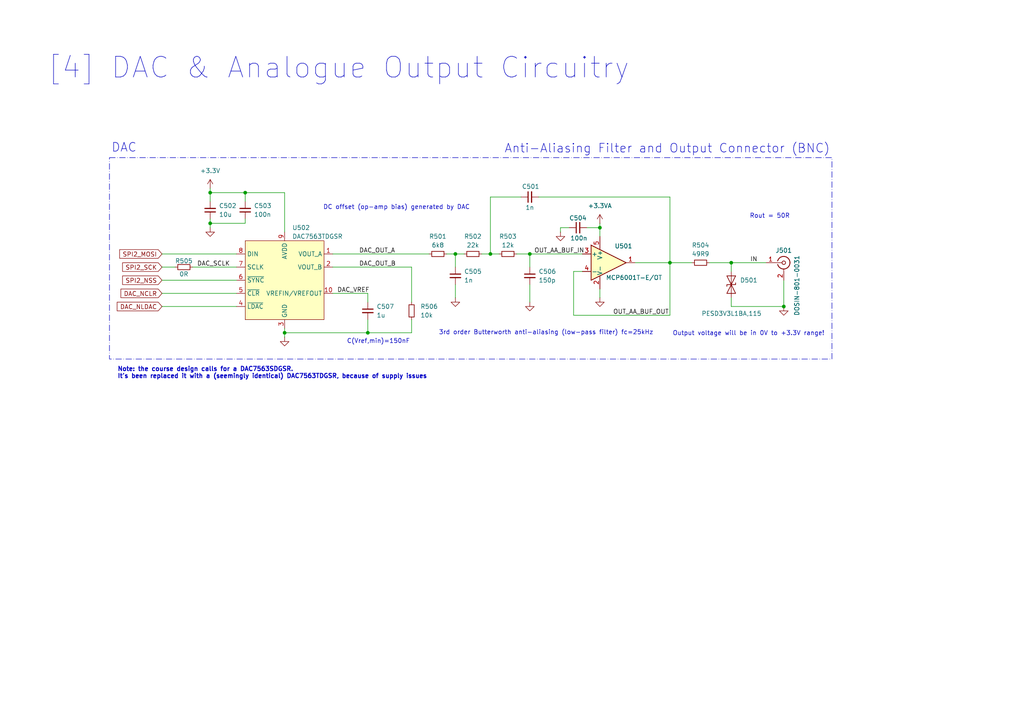
<source format=kicad_sch>
(kicad_sch (version 20231120) (generator "eeschema") (generator_version "8.0")
  (paper "A4")
  (title_block (title "Mixed-Signal Demo PCB") (rev "0.1") (company "Ricardo Cárdenes"))
  (lib_symbols
    (symbol "Amplifier_Operational:MCP6001-OT" (pin_names (offset 0.127))
      (property "Reference" "U" (at -1.27 6.35 0))
      (property "Value" "MCP6001-OT" (at -1.27 3.81 0))
      (symbol "MCP6001-OT_0_1"
        (polyline (pts (xy -5.08 5.08) (xy 5.08 0) (xy -5.08 -5.08) (xy -5.08 5.08)) (stroke (width 0.254)) (fill (type background)))
        (pin power_in line (at -2.54 -7.62 90) (length 3.81) (name "V-") (number "2"))
        (pin power_in line (at -2.54 7.62 270) (length 3.81) (name "V+") (number "5"))
      )
      (symbol "MCP6001-OT_1_1"
        (pin output line (at 7.62 0 180) (length 2.54) (name "~") (number "1"))
        (pin input line (at -7.62 2.54 0) (length 2.54) (name "+") (number "3"))
        (pin input line (at -7.62 -2.54 0) (length 2.54) (name "-") (number "4"))
      )
    )
    (symbol "Connector:Conn_Coaxial" (pin_names (offset 1.016) hide)
      (property "Reference" "J" (at 0.254 3.048 0))
      (property "Value" "Conn_Coaxial" (at 2.921 0 90))
      (symbol "Conn_Coaxial_0_1"
        (arc (start -1.778 -0.508) (mid 0.2311 -1.8066) (end 1.778 0) (stroke (width 0.254)))
        (polyline (pts (xy -2.54 0) (xy -0.508 0)))
        (polyline (pts (xy 0 -2.54) (xy 0 -1.778)))
        (circle (center 0 0) (radius 0.508) (stroke (width 0.2032)))
        (arc (start 1.778 0) (mid 0.2099 1.8101) (end -1.778 0.508) (stroke (width 0.254)))
      )
      (symbol "Conn_Coaxial_1_1"
        (pin passive line (at -5.08 0 0) (length 2.54) (name "In") (number "1"))
        (pin passive line (at 0 -5.08 90) (length 2.54) (name "Ext") (number "2"))
      )
    )
    (symbol "Device:C_Small" (pin_numbers hide) (pin_names (offset 0.254) hide)
      (property "Reference" "C" (at 0.254 1.778 0))
      (property "Value" "C_Small" (at 0.254 -2.032 0))
      (symbol "C_Small_0_1"
        (polyline (pts (xy -1.524 -0.508) (xy 1.524 -0.508)) (stroke (width 0.3302)))
        (polyline (pts (xy -1.524 0.508) (xy 1.524 0.508)) (stroke (width 0.3048)))
      )
      (symbol "C_Small_1_1"
        (pin passive line (at 0 2.54 270) (length 2.032) (name "~") (number "1"))
        (pin passive line (at 0 -2.54 90) (length 2.032) (name "~") (number "2"))
      )
    )
    (symbol "Device:R_Small" (pin_numbers hide) (pin_names (offset 0.254) hide)
      (property "Reference" "R" (at 0.762 0.508 0))
      (property "Value" "R_Small" (at 0.762 -1.016 0))
      (symbol "R_Small_0_1"
        (rectangle (start -0.762 1.778) (end 0.762 -1.778) (stroke (width 0.2032)))
      )
      (symbol "R_Small_1_1"
        (pin passive line (at 0 2.54 270) (length 0.762) (name "~") (number "1"))
        (pin passive line (at 0 -2.54 90) (length 0.762) (name "~") (number "2"))
      )
    )
    (symbol "Diode:SD05_SOD323" (pin_numbers hide) (pin_names (offset 1.016) hide)
      (property "Reference" "D" (at 0 2.54 0))
      (property "Value" "SD05_SOD323" (at 0 -2.54 0))
      (symbol "SD05_SOD323_0_1"
        (polyline (pts (xy 1.27 0) (xy -1.27 0)))
        (polyline (pts (xy -2.54 -1.27) (xy 0 0) (xy -2.54 1.27) (xy -2.54 -1.27)) (stroke (width 0.2032)))
        (polyline (pts (xy 0.508 1.27) (xy 0 1.27) (xy 0 -1.27) (xy -0.508 -1.27)) (stroke (width 0.2032)))
        (polyline (pts (xy 2.54 1.27) (xy 2.54 -1.27) (xy 0 0) (xy 2.54 1.27)) (stroke (width 0.2032)))
      )
      (symbol "SD05_SOD323_1_1"
        (pin passive line (at -3.81 0 0) (length 2.54) (name "A1") (number "1"))
        (pin passive line (at 3.81 0 180) (length 2.54) (name "A2") (number "2"))
      )
    )
    (symbol "MissingComponents:DAC756x"
      (property "Reference" "U" (at 0 0 0))
      (symbol "DAC756x_0_0"
        (pin power_out line (at 13.97 7.62 180) (length 2.54) (name "VOUT_A") (number "1"))
        (pin power_out line (at 13.97 3.81 180) (length 2.54) (name "VOUT_B") (number "2"))
        (pin power_in line (at 0 -13.97 90) (length 2.54) (name "GND") (number "3"))
        (pin input line (at -13.97 3.81 0) (length 2.54) (name "SCLK") (number "7"))
        (pin input line (at -13.97 7.62 0) (length 2.54) (name "DIN") (number "8"))
        (pin power_in line (at 0 13.97 270) (length 2.54) (name "AVDD") (number "9"))
      )
      (symbol "DAC756x_1_0"
        (pin bidirectional line (at 13.97 -3.81 180) (length 2.54) (name "VREFIN/VREFOUT") (number "10"))
        (pin input line (at -13.97 -7.62 0) (length 2.54) (name "~{LDAC}") (number "4"))
        (pin input line (at -13.97 -3.81 0) (length 2.54) (name "~{CLR}") (number "5"))
        (pin input line (at -13.97 0 0) (length 2.54) (name "~{SYNC}") (number "6"))
      )
      (symbol "DAC756x_1_1"
        (rectangle (start -11.43 11.43) (end 11.43 -11.43) (fill (type background)))
      )
    )
    (symbol "power:+3.3V" (power) (pin_numbers hide) (pin_names (offset 0) hide)
      (property "Value" "+3.3V" (at 0 3.556 0))
      (symbol "+3.3V_0_1"
        (polyline (pts (xy -0.762 1.27) (xy 0 2.54)))
        (polyline (pts (xy 0 0) (xy 0 2.54)))
        (polyline (pts (xy 0 2.54) (xy 0.762 1.27)))
      )
      (symbol "+3.3V_1_1"
        (pin power_in line (at 0 0 90) (length 0) (name "~") (number "1"))
      )
    )
    (symbol "power:+3.3VA" (power) (pin_numbers hide) (pin_names (offset 0) hide)
      (property "Value" "+3.3VA" (at 0 3.556 0))
      (symbol "+3.3VA_0_1"
        (polyline (pts (xy -0.762 1.27) (xy 0 2.54)))
        (polyline (pts (xy 0 0) (xy 0 2.54)))
        (polyline (pts (xy 0 2.54) (xy 0.762 1.27)))
      )
      (symbol "+3.3VA_1_1"
        (pin power_in line (at 0 0 90) (length 0) (name "~") (number "1"))
      )
    )
    (symbol "power:GND" (power) (pin_numbers hide) (pin_names (offset 0) hide)
      (property "Value" "GND" (at 0 -3.81 0))
      (symbol "GND_0_1"
        (polyline (pts (xy 0 0) (xy 0 -1.27) (xy 1.27 -1.27) (xy 0 -2.54) (xy -1.27 -1.27) (xy 0 -1.27)))
      )
      (symbol "GND_1_1"
        (pin power_in line (at 0 0 270) (length 0) (name "~") (number "1"))
      )
    )
  )
  (junction (at 227.33 88.9))
  (junction (at 82.55 96.52))
  (junction (at 71.12 55.88))
  (junction (at 212.09 76.2))
  (junction (at 153.67 73.66))
  (junction (at 173.99 66.04))
  (junction (at 106.68 96.52))
  (junction (at 60.96 64.77))
  (junction (at 194.31 76.2))
  (junction (at 60.96 55.88))
  (junction (at 142.24 73.66))
  (junction (at 132.08 73.66))
  (wire (pts (xy 82.55 55.88) (xy 71.12 55.88)))
  (wire (pts (xy 46.99 81.28) (xy 68.58 81.28)))
  (wire (pts (xy 194.31 91.44) (xy 194.31 76.2)))
  (wire (pts (xy 162.56 66.04) (xy 162.56 67.31)))
  (wire (pts (xy 96.52 73.66) (xy 124.46 73.66)))
  (wire (pts (xy 71.12 64.77) (xy 60.96 64.77)))
  (wire (pts (xy 82.55 95.25) (xy 82.55 96.52)))
  (wire (pts (xy 149.86 73.66) (xy 153.67 73.66)))
  (wire (pts (xy 60.96 64.77) (xy 60.96 66.04)))
  (wire (pts (xy 139.7 73.66) (xy 142.24 73.66)))
  (wire (pts (xy 132.08 82.55) (xy 132.08 86.36)))
  (wire (pts (xy 212.09 88.9) (xy 227.33 88.9)))
  (wire (pts (xy 119.38 92.71) (xy 119.38 96.52)))
  (wire (pts (xy 153.67 73.66) (xy 153.67 77.47)))
  (wire (pts (xy 170.18 66.04) (xy 173.99 66.04)))
  (wire (pts (xy 165.1 66.04) (xy 162.56 66.04)))
  (wire (pts (xy 119.38 77.47) (xy 119.38 87.63)))
  (wire (pts (xy 132.08 77.47) (xy 132.08 73.66)))
  (wire (pts (xy 82.55 67.31) (xy 82.55 55.88)))
  (wire (pts (xy 60.96 55.88) (xy 60.96 58.42)))
  (wire (pts (xy 60.96 54.61) (xy 60.96 55.88)))
  (wire (pts (xy 96.52 77.47) (xy 119.38 77.47)))
  (wire (pts (xy 205.74 76.2) (xy 212.09 76.2)))
  (wire (pts (xy 153.67 82.55) (xy 153.67 87.63)))
  (wire (pts (xy 71.12 63.5) (xy 71.12 64.77)))
  (wire (pts (xy 222.25 76.2) (xy 212.09 76.2)))
  (wire (pts (xy 60.96 63.5) (xy 60.96 64.77)))
  (wire (pts (xy 106.68 96.52) (xy 82.55 96.52)))
  (wire (pts (xy 173.99 64.77) (xy 173.99 66.04)))
  (wire (pts (xy 173.99 66.04) (xy 173.99 68.58)))
  (wire (pts (xy 151.13 57.15) (xy 142.24 57.15)))
  (wire (pts (xy 46.99 85.09) (xy 68.58 85.09)))
  (wire (pts (xy 168.91 78.74) (xy 166.37 78.74)))
  (wire (pts (xy 194.31 57.15) (xy 194.31 76.2)))
  (wire (pts (xy 166.37 78.74) (xy 166.37 91.44)))
  (wire (pts (xy 142.24 57.15) (xy 142.24 73.66)))
  (wire (pts (xy 119.38 96.52) (xy 106.68 96.52)))
  (wire (pts (xy 129.54 73.66) (xy 132.08 73.66)))
  (wire (pts (xy 46.99 77.47) (xy 50.8 77.47)))
  (wire (pts (xy 156.21 57.15) (xy 194.31 57.15)))
  (wire (pts (xy 166.37 91.44) (xy 194.31 91.44)))
  (wire (pts (xy 46.99 88.9) (xy 68.58 88.9)))
  (wire (pts (xy 55.88 77.47) (xy 68.58 77.47)))
  (wire (pts (xy 82.55 96.52) (xy 82.55 97.79)))
  (wire (pts (xy 227.33 81.28) (xy 227.33 88.9)))
  (wire (pts (xy 71.12 58.42) (xy 71.12 55.88)))
  (wire (pts (xy 71.12 55.88) (xy 60.96 55.88)))
  (wire (pts (xy 153.67 73.66) (xy 168.91 73.66)))
  (wire (pts (xy 184.15 76.2) (xy 194.31 76.2)))
  (wire (pts (xy 142.24 73.66) (xy 144.78 73.66)))
  (wire (pts (xy 96.52 85.09) (xy 106.68 85.09)))
  (wire (pts (xy 132.08 73.66) (xy 134.62 73.66)))
  (wire (pts (xy 106.68 92.71) (xy 106.68 96.52)))
  (wire (pts (xy 212.09 86.36) (xy 212.09 88.9)))
  (wire (pts (xy 46.99 73.66) (xy 68.58 73.66)))
  (wire (pts (xy 173.99 83.82) (xy 173.99 86.36)))
  (wire (pts (xy 212.09 76.2) (xy 212.09 78.74)))
  (wire (pts (xy 194.31 76.2) (xy 200.66 76.2)))
  (wire (pts (xy 106.68 85.09) (xy 106.68 87.63)))
  (rectangle (start 31.75 45.72) (end 241.3 104.14) (stroke (width 0) (type dash_dot)))
  (text "C(Vref,min)=150nF" (at 100.584 99.06 0) (effects (font (size 1.27 1.27)) (justify left)))
  (text "3rd order Butterworth anti-aliasing (low-pass filter) fc=25kHz" (at 127.254 96.52 0) (effects (font (size 1.27 1.27)) (justify left)))
  (text "[4] DAC & Analogue Output Circuitry" (at 13.716 19.812 0) (effects (font (size 6 6)) (justify left)))
  (text "Anti-Aliasing Filter and Output Connector (BNC)" (at 240.792 43.18 0) (effects (font (size 2.54 2.54)) (justify right)))
  (text "Note: the course design calls for a DAC7563SDGSR.\nIt's been replaced it with a (seemingly identical) DAC7563TDGSR, because of supply issues" (at 34.036 108.204 0) (effects (font (size 1.27 1.27) (thickness 0.254) (bold yes)) (justify left)))
  (text "Rout = 50R" (at 217.424 62.738 0) (effects (font (size 1.27 1.27)) (justify left)))
  (text "DAC" (at 32.258 42.926 0) (effects (font (size 2.54 2.54)) (justify left)))
  (text "Output voltage will be in 0V to +3.3V range!" (at 195.072 96.774 0) (effects (font (size 1.27 1.27)) (justify left)))
  (text "DC offset (op-amp bias) generated by DAC" (at 93.726 60.198 0) (effects (font (size 1.27 1.27)) (justify left)))
  (label "DAC_OUT_B" (at 104.14 77.47 0))
  (label "OUT_AA_BUF_OUT" (at 177.8 91.44 0))
  (label "DAC_OUT_A" (at 104.14 73.66 0))
  (label "IN" (at 219.71 76.2 180))
  (label "OUT_AA_BUF_IN" (at 154.94 73.66 0))
  (label "DAC_VREF" (at 97.79 85.09 0))
  (label "DAC_SCLK" (at 57.15 77.47 0))
  (global_label "SPI2_SCK" (shape input) (at 46.99 77.47 180) (property "Intersheetrefs" "${INTERSHEET_REFS}" (effects (hide yes))))
  (global_label "DAC_NCLR" (shape input) (at 46.99 85.09 180) (property "Intersheetrefs" "${INTERSHEET_REFS}" (effects (hide yes))))
  (global_label "DAC_NLDAC" (shape input) (at 46.99 88.9 180) (property "Intersheetrefs" "${INTERSHEET_REFS}" (effects (hide yes))))
  (global_label "SPI2_NSS" (shape input) (at 46.99 81.28 180) (property "Intersheetrefs" "${INTERSHEET_REFS}" (effects (hide yes))))
  (global_label "SPI2_MOSI" (shape input) (at 46.99 73.66 180) (property "Intersheetrefs" "${INTERSHEET_REFS}" (effects (hide yes))))
  (symbol (lib_id "Device:R_Small") (at 53.34 77.47 90) (unit 1)
    (property "Reference" "R505" (at 53.34 75.692 90))
    (property "Value" "0R" (at 53.34 79.502 90))
    (property "Footprint" "Resistor_SMD:R_0402_1005Metric" (effects (hide yes)))
    (property "Description" "Resistor, small symbol" (effects (hide yes)))
  )
  (symbol (lib_id "Device:C_Small") (at 106.68 90.17 0) (unit 1)
    (property "Reference" "C507" (at 109.22 88.9062 0) (effects (justify left)))
    (property "Value" "1u" (at 109.22 91.4462 0) (effects (justify left)))
    (property "Footprint" "Capacitor_SMD:C_0603_1608Metric" (effects (hide yes)))
    (property "Description" "Unpolarized capacitor, small symbol" (effects (hide yes)))
  )
  (symbol (lib_id "MissingComponents:DAC756x") (at 82.55 81.28 0) (unit 1)
    (property "Reference" "U502" (at 84.7441 66.04 0) (effects (justify left)))
    (property "Value" "DAC7563TDGSR" (at 84.7441 68.58 0) (effects (justify left)))
    (property "Footprint" "Package_SO:VSSOP-10_3x3mm_P0.5mm" (effects (hide yes)))
    (property "MPN" "C2879196" (effects (hide yes)))
  )
  (symbol (lib_id "power:GND") (at 60.96 66.04 0) (unit 1)
    (property "Reference" "#PWR0503" (effects (hide yes)))
    (property "Value" "GND" (effects (hide yes)))
    (property "Description" "Power symbol creates a global label with name \"GND\" , ground" (effects (hide yes)))
  )
  (symbol (lib_id "Amplifier_Operational:MCP6001-OT") (at 176.53 76.2 0) (unit 1)
    (property "Reference" "U501" (at 180.848 71.374 0))
    (property "Value" "MCP6001T-E/OT" (at 183.896 80.518 0))
    (property "Footprint" "Package_TO_SOT_SMD:SOT-23-5" (effects (hide yes)))
    (property "Datasheet" "https://ww1.microchip.com/downloads/en/DeviceDoc/MCP6001-1R-1U-2-4-1-MHz-Low-Power-Op-Amp-DS20001733L.pdf" (effects (hide yes)))
    (property "Description" "1MHz, Low-Power Op Amp, SOT-23-5" (effects (hide yes)))
    (property "MPN" " C29429" (effects (hide yes)))
  )
  (symbol (lib_id "Connector:Conn_Coaxial") (at 227.33 76.2 0) (unit 1)
    (property "Reference" "J501" (at 227.33 72.644 0))
    (property "Value" "DOSIN-801-0031" (at 231.14 82.804 90))
    (property "Footprint" "Connector_Coaxial:BNC_Amphenol_B6252HB-NPP3G-50_Horizontal" (effects (hide yes)))
    (property "Description" "coaxial connector (BNC, SMA, SMB, SMC, Cinch/RCA, LEMO, ...)" (effects (hide yes)))
    (property "MPN" "C521205" (effects (hide yes)))
  )
  (symbol (lib_id "Device:R_Small") (at 127 73.66 90) (unit 1)
    (property "Reference" "R501" (at 127 68.58 90))
    (property "Value" "6k8" (at 127 71.12 90))
    (property "Footprint" "Resistor_SMD:R_0402_1005Metric" (effects (hide yes)))
    (property "Description" "Resistor, small symbol" (effects (hide yes)))
  )
  (symbol (lib_id "power:GND") (at 82.55 97.79 0) (unit 1)
    (property "Reference" "#PWR0509" (effects (hide yes)))
    (property "Value" "GND" (effects (hide yes)))
    (property "Description" "Power symbol creates a global label with name \"GND\" , ground" (effects (hide yes)))
  )
  (symbol (lib_id "Device:R_Small") (at 147.32 73.66 90) (unit 1)
    (property "Reference" "R503" (at 147.32 68.58 90))
    (property "Value" "12k" (at 147.32 71.12 90))
    (property "Footprint" "Resistor_SMD:R_0402_1005Metric" (effects (hide yes)))
    (property "Description" "Resistor, small symbol" (effects (hide yes)))
  )
  (symbol (lib_id "power:GND") (at 227.33 88.9 0) (mirror y) (unit 1)
    (property "Reference" "#PWR0508" (effects (hide yes)))
    (property "Value" "GND" (effects (hide yes)))
    (property "Description" "Power symbol creates a global label with name \"GND\" , ground" (effects (hide yes)))
  )
  (symbol (lib_id "power:GND") (at 153.67 87.63 0) (unit 1)
    (property "Reference" "#PWR0507" (effects (hide yes)))
    (property "Value" "GND" (effects (hide yes)))
    (property "Description" "Power symbol creates a global label with name \"GND\" , ground" (effects (hide yes)))
  )
  (symbol (lib_id "Device:C_Small") (at 153.67 57.15 90) (unit 1)
    (property "Reference" "C501" (at 153.924 54.102 90))
    (property "Value" "1n" (at 153.67 60.198 90))
    (property "Footprint" "Capacitor_SMD:C_0402_1005Metric" (effects (hide yes)))
    (property "Description" "Unpolarized capacitor, small symbol" (effects (hide yes)))
  )
  (symbol (lib_id "Device:C_Small") (at 132.08 80.01 0) (unit 1)
    (property "Reference" "C505" (at 134.62 78.7462 0) (effects (justify left)))
    (property "Value" "1n" (at 134.62 81.2862 0) (effects (justify left)))
    (property "Footprint" "Capacitor_SMD:C_0402_1005Metric" (effects (hide yes)))
    (property "Description" "Unpolarized capacitor, small symbol" (effects (hide yes)))
  )
  (symbol (lib_id "power:GND") (at 173.99 86.36 0) (unit 1)
    (property "Reference" "#PWR0506" (effects (hide yes)))
    (property "Value" "GND" (effects (hide yes)))
    (property "Description" "Power symbol creates a global label with name \"GND\" , ground" (effects (hide yes)))
  )
  (symbol (lib_id "power:GND") (at 162.56 67.31 0) (unit 1)
    (property "Reference" "#PWR0504" (effects (hide yes)))
    (property "Value" "GND" (effects (hide yes)))
    (property "Description" "Power symbol creates a global label with name \"GND\" , ground" (effects (hide yes)))
  )
  (symbol (lib_id "power:+3.3VA") (at 173.99 64.77 0) (unit 1)
    (property "Reference" "#PWR0502" (effects (hide yes)))
    (property "Value" "+3.3VA" (at 173.99 59.69 0))
    (property "Description" "Power symbol creates a global label with name \"+3.3VA\"" (effects (hide yes)))
  )
  (symbol (lib_id "Device:C_Small") (at 71.12 60.96 180) (unit 1)
    (property "Reference" "C503" (at 73.66 59.6835 0) (effects (justify right)))
    (property "Value" "100n" (at 73.66 62.2235 0) (effects (justify right)))
    (property "Footprint" "Capacitor_SMD:C_0402_1005Metric" (effects (hide yes)))
    (property "Description" "Unpolarized capacitor, small symbol" (effects (hide yes)))
  )
  (symbol (lib_id "Device:R_Small") (at 119.38 90.17 0) (unit 1)
    (property "Reference" "R506" (at 121.92 88.8999 0) (effects (justify left)))
    (property "Value" "10k" (at 121.92 91.4399 0) (effects (justify left)))
    (property "Footprint" "Resistor_SMD:R_0402_1005Metric" (effects (hide yes)))
    (property "Description" "Resistor, small symbol" (effects (hide yes)))
  )
  (symbol (lib_id "Device:R_Small") (at 203.2 76.2 90) (unit 1)
    (property "Reference" "R504" (at 203.2 71.12 90))
    (property "Value" "49R9" (at 203.2 73.66 90))
    (property "Footprint" "Resistor_SMD:R_0402_1005Metric" (effects (hide yes)))
    (property "Description" "Resistor, small symbol" (effects (hide yes)))
  )
  (symbol (lib_id "Device:C_Small") (at 60.96 60.96 180) (unit 1)
    (property "Reference" "C502" (at 63.5 59.6835 0) (effects (justify right)))
    (property "Value" "10u" (at 63.5 62.2235 0) (effects (justify right)))
    (property "Footprint" "Capacitor_SMD:C_0603_1608Metric" (effects (hide yes)))
    (property "Description" "Unpolarized capacitor, small symbol" (effects (hide yes)))
  )
  (symbol (lib_id "Device:C_Small") (at 167.64 66.04 90) (unit 1)
    (property "Reference" "C504" (at 167.64 63.246 90))
    (property "Value" "100n" (at 167.894 69.088 90))
    (property "Footprint" "Capacitor_SMD:C_0402_1005Metric" (effects (hide yes)))
    (property "Description" "Unpolarized capacitor, small symbol" (effects (hide yes)))
  )
  (symbol (lib_id "Diode:SD05_SOD323") (at 212.09 82.55 270) (mirror x) (unit 1)
    (property "Reference" "D501" (at 214.63 81.2799 90) (effects (justify left)))
    (property "Value" "PESD3V3L1BA,115" (at 203.454 90.932 90) (effects (justify left)))
    (property "Footprint" "Diode_SMD:D_SOD-323" (effects (hide yes)))
    (property "Datasheet" "https://www.littelfuse.com/~/media/electronics/datasheets/tvs_diode_arrays/littelfuse_tvs_diode_array_sd_c_datasheet.pdf.pdf" (effects (hide yes)))
    (property "Description" "5V, 450W Discrete Bidirectional TVS Diode, SOD-323" (effects (hide yes)))
    (property "MPN" "C51450" (effects (hide yes)))
  )
  (symbol (lib_id "Device:R_Small") (at 137.16 73.66 90) (unit 1)
    (property "Reference" "R502" (at 137.16 68.58 90))
    (property "Value" "22k" (at 137.16 71.12 90))
    (property "Footprint" "Resistor_SMD:R_0402_1005Metric" (effects (hide yes)))
    (property "Description" "Resistor, small symbol" (effects (hide yes)))
  )
  (symbol (lib_id "power:GND") (at 132.08 86.36 0) (unit 1)
    (property "Reference" "#PWR0505" (effects (hide yes)))
    (property "Value" "GND" (effects (hide yes)))
    (property "Description" "Power symbol creates a global label with name \"GND\" , ground" (effects (hide yes)))
  )
  (symbol (lib_id "Device:C_Small") (at 153.67 80.01 0) (unit 1)
    (property "Reference" "C506" (at 156.21 78.7462 0) (effects (justify left)))
    (property "Value" "150p" (at 156.21 81.2862 0) (effects (justify left)))
    (property "Footprint" "Capacitor_SMD:C_0402_1005Metric" (effects (hide yes)))
    (property "Description" "Unpolarized capacitor, small symbol" (effects (hide yes)))
  )
  (symbol (lib_id "power:+3.3V") (at 60.96 54.61 0) (unit 1)
    (property "Reference" "#PWR0501" (effects (hide yes)))
    (property "Value" "+3.3V" (at 60.96 49.53 0))
    (property "Description" "Power symbol creates a global label with name \"+3.3V\"" (effects (hide yes)))
  )
)
</source>
